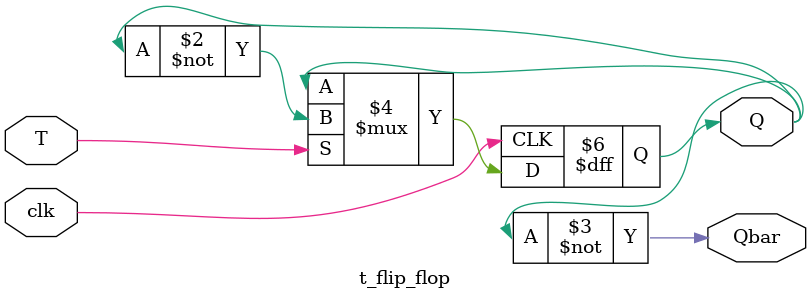
<source format=v>
`timescale 1ns / 1ps
module t_flip_flop (
    input wire T,          // T input
    input wire clk,        // Clock input
    output reg Q,          // Output
    output wire Qbar       // Complementary output
);

    // Always block triggered on the rising edge of the clock
    always @(posedge clk) begin
        if (T) begin
            Q <= ~Q;  // Toggle output if T is high
        end
        // If T is low, Q remains the same (no change)
    end

    // Assign complementary output
    assign Qbar = ~Q;

endmodule


</source>
